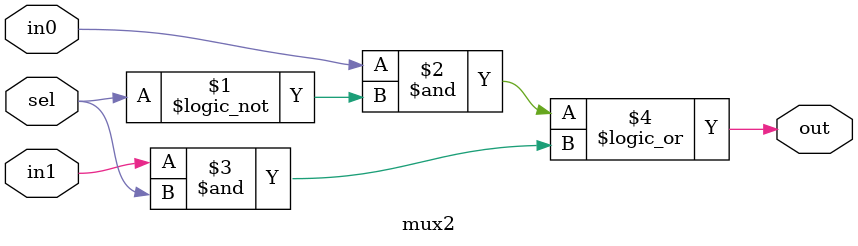
<source format=v>
module mux2(input wire in0,
				  input wire in1,
				  input wire sel,
				  output wire out
				  );
assign out = (in0 & !sel) || (in1 & sel);
endmodule 
</source>
